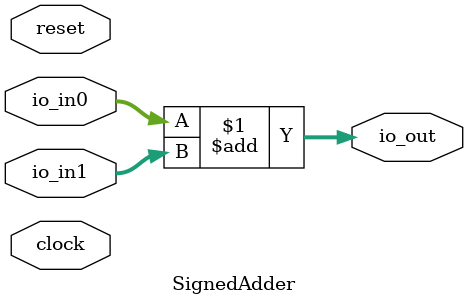
<source format=v>
module SignedAdder(
  input         clock,
  input         reset,
  input  [15:0] io_in0,
  input  [15:0] io_in1,
  output [15:0] io_out
);
  assign io_out = $signed(io_in0) + $signed(io_in1); // @[Adder.scala 89:20]
endmodule

</source>
